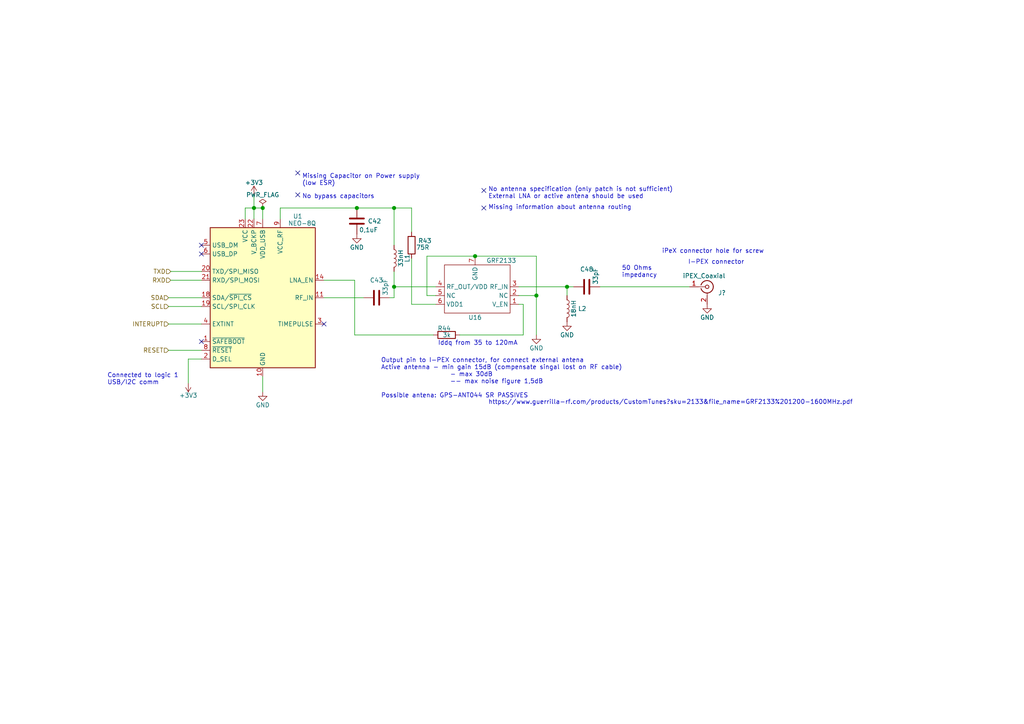
<source format=kicad_sch>
(kicad_sch (version 20210621) (generator eeschema)
  (paper "A4")
  (lib_symbols
    (symbol "Connector:Conn_Coaxial" (pin_names (offset 1.016) hide)
      (property "Reference" "J" (at 0.254 3.048 0))
      (property "Value" "Conn_Coaxial" (at 2.921 0 90))
      (symbol "Conn_Coaxial_0_1"
        (arc (start -1.778 0.508) (end 1.778 0) (radius (at -0.0508 0) (length 1.8034) (angles 163.6 0)) (stroke (width 0.254)))
        (arc (start 1.778 0) (end -1.778 -0.508) (radius (at -0.0254 0) (length 1.8034) (angles 0 -163.8)) (stroke (width 0.254)))
        (circle (center 0 0) (radius 0.508) (stroke (width 0.2032)))
        (polyline (pts (xy -2.54 0) (xy -0.508 0)))
        (polyline (pts (xy 0 -2.54) (xy 0 -1.778)))
      )
      (symbol "Conn_Coaxial_1_1"
        (pin passive line (at -5.08 0 0) (length 2.54) (name "In") (number "1"))
        (pin passive line (at 0 -5.08 90) (length 2.54) (name "Ext") (number "2"))
      )
    )
    (symbol "Device:C" (pin_numbers hide) (pin_names (offset 0.254))
      (property "Reference" "C" (at 0.635 2.54 0))
      (property "Value" "C" (at 0.635 -2.54 0))
      (symbol "C_0_1"
        (polyline (pts (xy -2.032 -0.762) (xy 2.032 -0.762)) (stroke (width 0.508)))
        (polyline (pts (xy -2.032 0.762) (xy 2.032 0.762)) (stroke (width 0.508)))
      )
      (symbol "C_1_1"
        (pin passive line (at 0 3.81 270) (length 2.794) (name "~") (number "1"))
        (pin passive line (at 0 -3.81 90) (length 2.794) (name "~") (number "2"))
      )
    )
    (symbol "Device:L" (pin_numbers hide) (pin_names (offset 1.016) hide)
      (property "Reference" "L" (at -1.27 0 90))
      (property "Value" "L" (at 1.905 0 90))
      (symbol "L_0_1"
        (arc (start 0 -2.54) (end 0 -1.27) (radius (at 0 -1.905) (length 0.635) (angles -89.9 89.9)))
        (arc (start 0 -1.27) (end 0 0) (radius (at 0 -0.635) (length 0.635) (angles -89.9 89.9)))
        (arc (start 0 0) (end 0 1.27) (radius (at 0 0.635) (length 0.635) (angles -89.9 89.9)))
        (arc (start 0 1.27) (end 0 2.54) (radius (at 0 1.905) (length 0.635) (angles -89.9 89.9)))
      )
      (symbol "L_1_1"
        (pin passive line (at 0 3.81 270) (length 1.27) (name "1") (number "1"))
        (pin passive line (at 0 -3.81 90) (length 1.27) (name "2") (number "2"))
      )
    )
    (symbol "Device:R" (pin_numbers hide) (pin_names (offset 0))
      (property "Reference" "R" (at 2.032 0 90))
      (property "Value" "R" (at 0 0 90))
      (symbol "R_0_1"
        (rectangle (start -1.016 -2.54) (end 1.016 2.54) (stroke (width 0.254)))
      )
      (symbol "R_1_1"
        (pin passive line (at 0 3.81 270) (length 1.27) (name "~") (number "1"))
        (pin passive line (at 0 -3.81 90) (length 1.27) (name "~") (number "2"))
      )
    )
    (symbol "RF_GPS:NEO-8Q"
      (property "Reference" "U" (at -13.97 21.59 0))
      (property "Value" "NEO-8Q" (at 11.43 21.59 0))
      (symbol "NEO-8Q_0_1"
        (rectangle (start -15.24 20.32) (end 15.24 -20.32) (stroke (width 0.254)) (fill (type background)))
      )
      (symbol "NEO-8Q_1_1"
        (pin input line (at -17.78 -12.7 0) (length 2.54) (name "~{SAFEBOOT}") (number "1"))
        (pin power_in line (at 0 -22.86 90) (length 2.54) (name "GND") (number "10"))
        (pin input line (at 17.78 0 180) (length 2.54) (name "RF_IN") (number "11"))
        (pin passive line (at 0 -22.86 90) (length 2.54) hide (name "GND") (number "12"))
        (pin passive line (at 0 -22.86 90) (length 2.54) hide (name "GND") (number "13"))
        (pin output line (at 17.78 5.08 180) (length 2.54) (name "LNA_EN") (number "14"))
        (pin no_connect line (at 15.24 -10.16 180) (length 2.54) hide (name "RESERVED") (number "15"))
        (pin no_connect line (at 15.24 -12.7 180) (length 2.54) hide (name "RESERVED") (number "16"))
        (pin no_connect line (at 15.24 -15.24 180) (length 2.54) hide (name "RESERVED") (number "17"))
        (pin bidirectional line (at -17.78 0 0) (length 2.54) (name "SDA/~{SPI_CS}") (number "18"))
        (pin input line (at -17.78 -2.54 0) (length 2.54) (name "SCL/SPI_CLK") (number "19"))
        (pin input line (at -17.78 -17.78 0) (length 2.54) (name "D_SEL") (number "2"))
        (pin output line (at -17.78 7.62 0) (length 2.54) (name "TXD/SPI_MISO") (number "20"))
        (pin input line (at -17.78 5.08 0) (length 2.54) (name "RXD/SPI_MOSI") (number "21"))
        (pin power_in line (at -2.54 22.86 270) (length 2.54) (name "V_BCKP") (number "22"))
        (pin power_in line (at -5.08 22.86 270) (length 2.54) (name "VCC") (number "23"))
        (pin passive line (at 0 -22.86 90) (length 2.54) hide (name "GND") (number "24"))
        (pin output line (at 17.78 -7.62 180) (length 2.54) (name "TIMEPULSE") (number "3"))
        (pin input line (at -17.78 -7.62 0) (length 2.54) (name "EXTINT") (number "4"))
        (pin bidirectional line (at -17.78 15.24 0) (length 2.54) (name "USB_DM") (number "5"))
        (pin bidirectional line (at -17.78 12.7 0) (length 2.54) (name "USB_DP") (number "6"))
        (pin power_in line (at 0 22.86 270) (length 2.54) (name "VDD_USB") (number "7"))
        (pin input line (at -17.78 -15.24 0) (length 2.54) (name "~{RESET}") (number "8"))
        (pin power_out line (at 5.08 22.86 270) (length 2.54) (name "VCC_RF") (number "9"))
      )
    )
    (symbol "comm:GRF2133"
      (property "Reference" "U" (at 0 6.35 0))
      (property "Value" "GRF2133" (at 0 3.81 0))
      (symbol "GRF2133_0_1"
        (rectangle (start -10.16 2.54) (end 8.89 -11.43) (stroke (width 0.1524)))
      )
      (symbol "GRF2133_1_1"
        (pin input line (at -12.7 0 0) (length 2.54) (name "V_EN") (number "1"))
        (pin input line (at -12.7 -2.54 0) (length 2.54) (name "NC") (number "2"))
        (pin input line (at -12.7 -5.08 0) (length 2.54) (name "RF_IN") (number "3"))
        (pin input line (at 11.43 -5.08 180) (length 2.54) (name "RF_OUT/VDD") (number "4"))
        (pin input line (at 11.43 -2.54 180) (length 2.54) (name "NC") (number "5"))
        (pin input line (at 11.43 0 180) (length 2.54) (name "VDD1") (number "6"))
        (pin input line (at 0 -13.97 90) (length 2.54) (name "GND") (number "7"))
      )
    )
    (symbol "power:+3V3" (power) (pin_names (offset 0))
      (property "Value" "+3V3" (at 0 3.556 0))
      (symbol "+3V3_0_1"
        (polyline (pts (xy -0.762 1.27) (xy 0 2.54)))
        (polyline (pts (xy 0 0) (xy 0 2.54)))
        (polyline (pts (xy 0 2.54) (xy 0.762 1.27)))
      )
      (symbol "+3V3_1_1"
        (pin power_in line (at 0 0 90) (length 0) hide (name "+3V3") (number "1"))
      )
    )
    (symbol "power:GND" (power) (pin_names (offset 0))
      (property "Value" "GND" (at 0 -3.81 0))
      (symbol "GND_0_1"
        (polyline (pts (xy 0 0) (xy 0 -1.27) (xy 1.27 -1.27) (xy 0 -2.54) (xy -1.27 -1.27) (xy 0 -1.27)))
      )
      (symbol "GND_1_1"
        (pin power_in line (at 0 0 270) (length 0) hide (name "GND") (number "1"))
      )
    )
    (symbol "power:PWR_FLAG" (power) (pin_numbers hide) (pin_names (offset 0) hide)
      (property "Value" "PWR_FLAG" (at 0 3.81 0))
      (symbol "PWR_FLAG_0_0"
        (pin power_out line (at 0 0 90) (length 0) (name "pwr") (number "1"))
      )
      (symbol "PWR_FLAG_0_1"
        (polyline (pts (xy 0 0) (xy 0 1.27) (xy -1.016 1.905) (xy 0 2.54) (xy 1.016 1.905) (xy 0 1.27)))
      )
    )
  )
  (junction (at 73.66 60.325) (diameter 1.016))
  (junction (at 76.2 60.325) (diameter 1.016))
  (junction (at 103.505 60.325) (diameter 1.016))
  (junction (at 114.3 60.325) (diameter 1.016))
  (junction (at 114.3 83.185) (diameter 1.016))
  (junction (at 137.795 74.295) (diameter 1.016))
  (junction (at 155.575 85.725) (diameter 1.016))
  (junction (at 164.465 83.185) (diameter 1.016))
  (no_connect (at 58.42 71.12))
  (no_connect (at 58.42 73.66))
  (no_connect (at 58.42 99.06))
  (no_connect (at 86.36 50.165))
  (no_connect (at 86.36 56.515))
  (no_connect (at 93.98 93.98))
  (no_connect (at 140.335 55.245))
  (no_connect (at 140.335 60.325))
  (wire (pts (xy 48.895 86.36) (xy 58.42 86.36)))
  (wire (pts (xy 48.895 88.9) (xy 58.42 88.9)))
  (wire (pts (xy 48.895 93.98) (xy 58.42 93.98)))
  (wire (pts (xy 48.895 101.6) (xy 58.42 101.6)))
  (wire (pts (xy 49.53 78.74) (xy 58.42 78.74)))
  (wire (pts (xy 49.53 81.28) (xy 58.42 81.28)))
  (wire (pts (xy 54.61 104.14) (xy 54.61 111.125)))
  (wire (pts (xy 58.42 104.14) (xy 54.61 104.14)))
  (wire (pts (xy 71.12 60.325) (xy 73.66 60.325)))
  (wire (pts (xy 71.12 63.5) (xy 71.12 60.325)))
  (wire (pts (xy 73.66 56.515) (xy 73.66 60.325)))
  (wire (pts (xy 73.66 60.325) (xy 73.66 63.5)))
  (wire (pts (xy 76.2 60.325) (xy 73.66 60.325)))
  (wire (pts (xy 76.2 63.5) (xy 76.2 60.325)))
  (wire (pts (xy 76.2 109.22) (xy 76.2 113.665)))
  (wire (pts (xy 81.28 60.325) (xy 103.505 60.325)))
  (wire (pts (xy 81.28 63.5) (xy 81.28 60.325)))
  (wire (pts (xy 93.98 81.28) (xy 102.87 81.28)))
  (wire (pts (xy 93.98 86.36) (xy 105.41 86.36)))
  (wire (pts (xy 102.87 81.28) (xy 102.87 97.155)))
  (wire (pts (xy 102.87 97.155) (xy 125.73 97.155)))
  (wire (pts (xy 103.505 60.325) (xy 114.3 60.325)))
  (wire (pts (xy 113.03 86.36) (xy 114.3 86.36)))
  (wire (pts (xy 114.3 60.325) (xy 114.3 71.12)))
  (wire (pts (xy 114.3 60.325) (xy 119.38 60.325)))
  (wire (pts (xy 114.3 78.74) (xy 114.3 83.185)))
  (wire (pts (xy 114.3 83.185) (xy 126.365 83.185)))
  (wire (pts (xy 114.3 86.36) (xy 114.3 83.185)))
  (wire (pts (xy 119.38 67.31) (xy 119.38 60.325)))
  (wire (pts (xy 119.38 74.93) (xy 119.38 88.265)))
  (wire (pts (xy 119.38 88.265) (xy 126.365 88.265)))
  (wire (pts (xy 123.825 74.295) (xy 137.795 74.295)))
  (wire (pts (xy 123.825 85.725) (xy 123.825 74.295)))
  (wire (pts (xy 126.365 85.725) (xy 123.825 85.725)))
  (wire (pts (xy 133.35 97.155) (xy 151.765 97.155)))
  (wire (pts (xy 150.495 83.185) (xy 164.465 83.185)))
  (wire (pts (xy 150.495 85.725) (xy 155.575 85.725)))
  (wire (pts (xy 150.495 88.265) (xy 151.765 88.265)))
  (wire (pts (xy 151.765 88.265) (xy 151.765 97.155)))
  (wire (pts (xy 155.575 74.295) (xy 137.795 74.295)))
  (wire (pts (xy 155.575 85.725) (xy 155.575 74.295)))
  (wire (pts (xy 155.575 85.725) (xy 155.575 97.155)))
  (wire (pts (xy 164.465 83.185) (xy 164.465 85.725)))
  (wire (pts (xy 164.465 83.185) (xy 166.37 83.185)))
  (wire (pts (xy 173.99 83.185) (xy 200.025 83.185)))
  (text "Connected to logic 1 \nUSB/I2C comm\n" (at 31.115 111.76 0) (effects (font (size 1.27 1.27)) (justify left bottom)))
  (text "Missing Capacitor on Power supply\n(low ESR)" (at 87.63 53.975 0) (effects (font (size 1.27 1.27)) (justify left bottom)))
  (text "No bypass capacitors" (at 87.63 57.785 0) (effects (font (size 1.27 1.27)) (justify left bottom)))
  (text "Output pin to I-PEX connector, for connect external antena\nActive antenna - min gain 15dB (compensate singal lost on RF cable)\n				- max 30dB\n				-- max noise figure 1,5dB\n\nPossible antena: GPS-ANT044 SR PASSIVES\n" (at 110.49 115.57 0) (effects (font (size 1.27 1.27)) (justify left bottom)))
  (text "Iddq from 35 to 120mA" (at 127 100.33 0) (effects (font (size 1.27 1.27)) (justify left bottom)))
  (text "No antenna specification (only patch is not sufficient)\nExternal LNA or active antena should be used" (at 141.605 57.785 0) (effects (font (size 1.27 1.27)) (justify left bottom)))
  (text "Missing information about antenna routing" (at 141.605 60.96 0) (effects (font (size 1.27 1.27)) (justify left bottom)))
  (text "https://www.guerrilla-rf.com/products/CustomTunes?sku=2133&file_name=GRF2133%201200-1600MHz.pdf" (at 141.605 117.475 0) (effects (font (size 1.27 1.27)) (justify left bottom)))
  (text "50 Ohms\nimpedancy\n" (at 180.34 80.645 0) (effects (font (size 1.27 1.27)) (justify left bottom)))
  (text "I-PEX connector\n" (at 215.9 76.835 180) (effects (font (size 1.27 1.27)) (justify right bottom)))
  (text "iPeX connector hole for screw\n" (at 221.615 73.66 180) (effects (font (size 1.27 1.27)) (justify right bottom)))
  (hierarchical_label "SDA" (shape input) (at 48.895 86.36 180))
  (hierarchical_label "SCL" (shape input) (at 48.895 88.9 180))
  (hierarchical_label "INTERUPT" (shape input) (at 48.895 93.98 180))
  (hierarchical_label "RESET" (shape input) (at 48.895 101.6 180))
  (hierarchical_label "TXD" (shape input) (at 49.53 78.74 180))
  (hierarchical_label "RXD" (shape input) (at 49.53 81.28 180))
  (symbol (lib_id "power:+3V3") (at 54.61 111.125 180) (unit 1)
    (property "Reference" "#PWR0136" (effects hide))
    (property "Value" "+3V3" (at 54.61 114.681 0))
  )
  (symbol (lib_id "power:+3V3") (at 73.66 56.515 0) (unit 1)
    (property "Reference" "#PWR0152" (effects hide))
    (property "Value" "+3V3" (at 73.66 52.959 0))
  )
  (symbol (lib_id "power:PWR_FLAG") (at 76.2 60.325 0) (unit 1)
    (property "Reference" "#FLG0111" (effects hide))
    (property "Value" "PWR_FLAG" (at 76.2 56.515 0))
  )
  (symbol (lib_id "power:GND") (at 76.2 113.665 0) (unit 1)
    (property "Reference" "#PWR0108" (effects hide))
    (property "Value" "GND" (at 76.2 117.475 0))
  )
  (symbol (lib_id "power:GND") (at 103.505 67.945 0) (unit 1)
    (property "Reference" "#PWR0151" (effects hide))
    (property "Value" "GND" (at 103.505 71.755 0))
  )
  (symbol (lib_id "power:GND") (at 155.575 97.155 0) (unit 1)
    (property "Reference" "#PWR0149" (effects hide))
    (property "Value" "GND" (at 155.575 100.965 0))
  )
  (symbol (lib_id "power:GND") (at 164.465 93.345 0) (unit 1)
    (property "Reference" "#PWR0150" (effects hide))
    (property "Value" "GND" (at 164.465 97.155 0))
  )
  (symbol (lib_id "power:GND") (at 205.105 88.265 0) (unit 1)
    (property "Reference" "#PWR?" (effects hide))
    (property "Value" "GND" (at 205.105 92.075 0))
  )
  (symbol (lib_id "Device:L") (at 114.3 74.93 0) (unit 1)
    (property "Reference" "L1" (at 118.11 74.93 90))
    (property "Value" "33nH" (at 116.205 74.93 90))
  )
  (symbol (lib_id "Device:L") (at 164.465 89.535 0) (unit 1)
    (property "Reference" "L2" (at 167.64 89.5349 0) (effects (justify left)))
    (property "Value" "18nH" (at 166.37 89.535 90))
  )
  (symbol (lib_id "Device:R") (at 119.38 71.12 0) (unit 1)
    (property "Reference" "R43" (at 121.285 69.8499 0) (effects (justify left)))
    (property "Value" "75R" (at 120.65 71.7549 0) (effects (justify left)))
    (property "Footprint" "Resistor_SMD:R_0603_1608Metric" (effects hide))
  )
  (symbol (lib_id "Device:R") (at 129.54 97.155 90) (unit 1)
    (property "Reference" "R44" (at 130.8099 95.25 90) (effects (justify left)))
    (property "Value" "3k" (at 130.8099 97.155 90) (effects (justify left)))
    (property "Footprint" "Resistor_SMD:R_0603_1608Metric" (effects hide))
  )
  (symbol (lib_id "Device:C") (at 103.505 64.135 0) (unit 1)
    (property "Reference" "C42" (at 106.68 64.1349 0) (effects (justify left)))
    (property "Value" "0,1uF" (at 104.14 66.675 0) (effects (justify left)))
    (property "Footprint" "Capacitor_SMD:C_0603_1608Metric" (effects hide))
  )
  (symbol (lib_id "Device:C") (at 109.22 86.36 90) (unit 1)
    (property "Reference" "C43" (at 109.22 81.28 90))
    (property "Value" "33pF" (at 111.76 85.725 0) (effects (justify left)))
    (property "Footprint" "Capacitor_SMD:C_0603_1608Metric" (effects hide))
  )
  (symbol (lib_id "Device:C") (at 170.18 83.185 90) (unit 1)
    (property "Reference" "C48" (at 170.18 78.105 90))
    (property "Value" "33pF" (at 172.72 82.55 0) (effects (justify left)))
    (property "Footprint" "Capacitor_SMD:C_0603_1608Metric" (effects hide))
  )
  (symbol (lib_id "Connector:Conn_Coaxial") (at 205.105 83.185 0) (unit 1)
    (property "Reference" "J?" (at 208.28 84.9504 0) (effects (justify left)))
    (property "Value" "iPEX_Coaxial" (at 204.216 80.01 0))
    (property "Datasheet" " ~" (effects hide))
  )
  (symbol (lib_id "comm:GRF2133") (at 137.795 88.265 180) (unit 1)
    (property "Reference" "U16" (at 137.795 92.075 0))
    (property "Value" "GRF2133" (at 145.415 75.565 0))
  )
  (symbol (lib_id "RF_GPS:NEO-8Q") (at 76.2 86.36 0) (unit 1)
    (property "Reference" "U1" (at 86.36 62.7286 0))
    (property "Value" "NEO-8Q" (at 87.63 64.77 0))
    (property "Footprint" "RF_GPS:ublox_NEO" (effects hide))
    (property "Datasheet" "https://www.u-blox.com/sites/default/files/NEO-8Q_DataSheet_%28UBX-15031913%29.pdf" (effects hide))
  )
)
</source>
